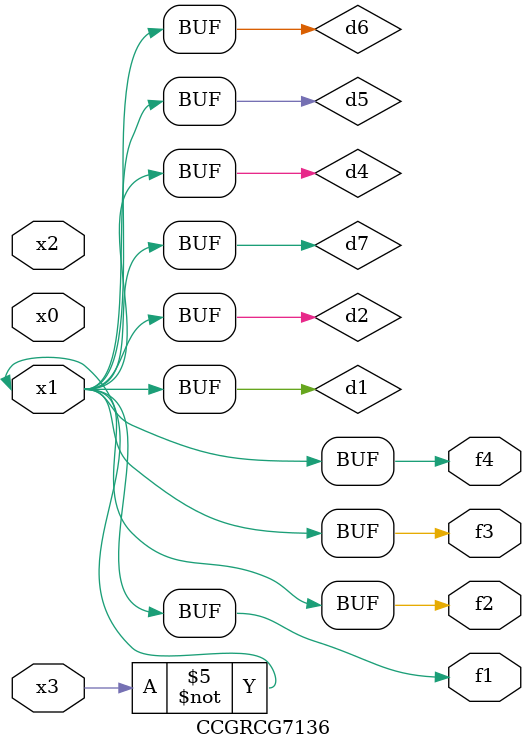
<source format=v>
module CCGRCG7136(
	input x0, x1, x2, x3,
	output f1, f2, f3, f4
);

	wire d1, d2, d3, d4, d5, d6, d7;

	not (d1, x3);
	buf (d2, x1);
	xnor (d3, d1, d2);
	nor (d4, d1);
	buf (d5, d1, d2);
	buf (d6, d4, d5);
	nand (d7, d4);
	assign f1 = d6;
	assign f2 = d7;
	assign f3 = d6;
	assign f4 = d6;
endmodule

</source>
